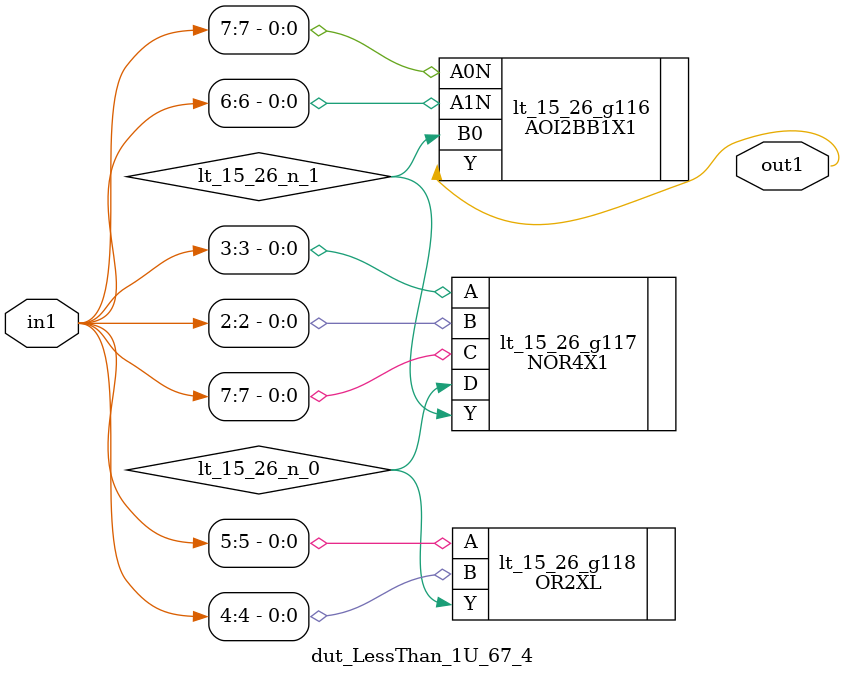
<source format=v>
`timescale 1ps / 1ps


module dut_LessThan_1U_67_4(in1, out1);
  input [7:0] in1;
  output out1;
  wire [7:0] in1;
  wire out1;
  wire lt_15_26_n_0, lt_15_26_n_1;
  AOI2BB1X1 lt_15_26_g116(.A0N (in1[7]), .A1N (in1[6]), .B0
       (lt_15_26_n_1), .Y (out1));
  NOR4X1 lt_15_26_g117(.A (in1[3]), .B (in1[2]), .C (in1[7]), .D
       (lt_15_26_n_0), .Y (lt_15_26_n_1));
  OR2XL lt_15_26_g118(.A (in1[5]), .B (in1[4]), .Y (lt_15_26_n_0));
endmodule



</source>
